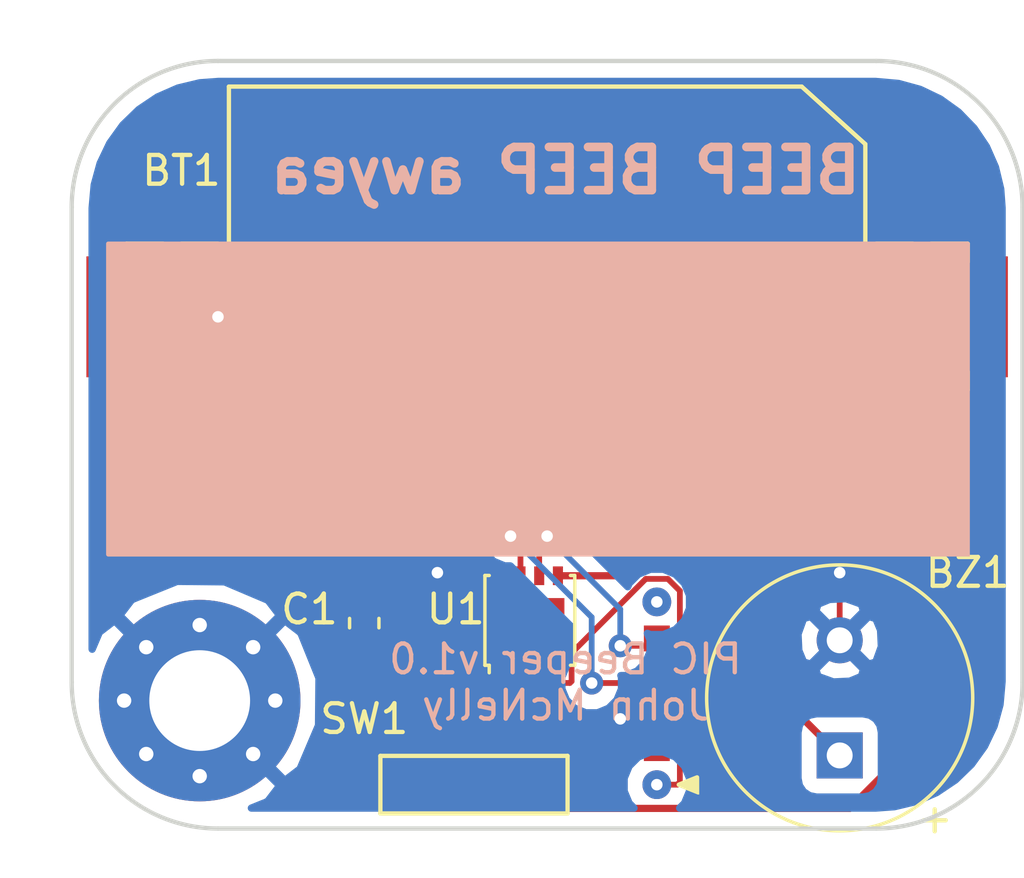
<source format=kicad_pcb>
(kicad_pcb (version 20171130) (host pcbnew "(5.0.2)-1")

  (general
    (thickness 1.6)
    (drawings 11)
    (tracks 61)
    (zones 0)
    (modules 7)
    (nets 12)
  )

  (page A4)
  (layers
    (0 F.Cu signal)
    (31 B.Cu signal)
    (32 B.Adhes user)
    (33 F.Adhes user)
    (34 B.Paste user)
    (35 F.Paste user)
    (36 B.SilkS user)
    (37 F.SilkS user)
    (38 B.Mask user)
    (39 F.Mask user)
    (40 Dwgs.User user)
    (41 Cmts.User user)
    (42 Eco1.User user)
    (43 Eco2.User user)
    (44 Edge.Cuts user)
    (45 Margin user)
    (46 B.CrtYd user)
    (47 F.CrtYd user)
    (48 B.Fab user)
    (49 F.Fab user)
  )

  (setup
    (last_trace_width 0.25)
    (user_trace_width 0.2)
    (user_trace_width 0.25)
    (user_trace_width 0.4)
    (user_trace_width 0.8)
    (trace_clearance 0.2)
    (zone_clearance 0.508)
    (zone_45_only no)
    (trace_min 0.2)
    (segment_width 0.2)
    (edge_width 0.15)
    (via_size 0.8)
    (via_drill 0.4)
    (via_min_size 0.4)
    (via_min_drill 0.3)
    (uvia_size 0.3)
    (uvia_drill 0.1)
    (uvias_allowed no)
    (uvia_min_size 0.2)
    (uvia_min_drill 0.1)
    (pcb_text_width 0.3)
    (pcb_text_size 1.5 1.5)
    (mod_edge_width 0.15)
    (mod_text_size 1 1)
    (mod_text_width 0.15)
    (pad_size 1.524 1.524)
    (pad_drill 0.762)
    (pad_to_mask_clearance 0.051)
    (solder_mask_min_width 0.25)
    (aux_axis_origin 0 0)
    (visible_elements 7FFFFFFF)
    (pcbplotparams
      (layerselection 0x010fc_ffffffff)
      (usegerberextensions false)
      (usegerberattributes false)
      (usegerberadvancedattributes false)
      (creategerberjobfile false)
      (excludeedgelayer true)
      (linewidth 0.100000)
      (plotframeref false)
      (viasonmask false)
      (mode 1)
      (useauxorigin false)
      (hpglpennumber 1)
      (hpglpenspeed 20)
      (hpglpendiameter 15.000000)
      (psnegative false)
      (psa4output false)
      (plotreference true)
      (plotvalue true)
      (plotinvisibletext false)
      (padsonsilk false)
      (subtractmaskfromsilk false)
      (outputformat 1)
      (mirror false)
      (drillshape 0)
      (scaleselection 1)
      (outputdirectory "plots/"))
  )

  (net 0 "")
  (net 1 "Net-(BT1-Pad1)")
  (net 2 -BATT)
  (net 3 /BUZZER)
  (net 4 +BATT)
  (net 5 /VPP)
  (net 6 /ICSPDAT)
  (net 7 /ICSPCLK)
  (net 8 "Net-(J1-Pad6)")
  (net 9 "Net-(SW1-Pad3)")
  (net 10 "Net-(U1-Pad2)")
  (net 11 "Net-(U1-Pad4)")

  (net_class Default "This is the default net class."
    (clearance 0.2)
    (trace_width 0.25)
    (via_dia 0.8)
    (via_drill 0.4)
    (uvia_dia 0.3)
    (uvia_drill 0.1)
    (add_net +BATT)
    (add_net -BATT)
    (add_net /BUZZER)
    (add_net /ICSPCLK)
    (add_net /ICSPDAT)
    (add_net /VPP)
    (add_net "Net-(BT1-Pad1)")
    (add_net "Net-(J1-Pad6)")
    (add_net "Net-(SW1-Pad3)")
    (add_net "Net-(U1-Pad2)")
    (add_net "Net-(U1-Pad4)")
  )

  (module Buzzer_Beeper:MagneticBuzzer_CUI_CST-931RP-A (layer F.Cu) (tedit 5AAE92D3) (tstamp 5CCEF7E1)
    (at 83.82 43.18 180)
    (descr "CST-931RP-A, http://www.cui.com/product/resource/cst-931rp-a.pdf")
    (tags CST-931RP-A)
    (path /5CCD2050)
    (fp_text reference BZ1 (at -4.445 6.35 180) (layer F.SilkS)
      (effects (font (size 1 1) (thickness 0.15)))
    )
    (fp_text value Buzzer (at 0 9 180) (layer F.Fab)
      (effects (font (size 1 1) (thickness 0.15)))
    )
    (fp_text user + (at -3.3 -2.18 180) (layer F.SilkS)
      (effects (font (size 1 1) (thickness 0.15)))
    )
    (fp_text user + (at -1.5 -0.1 180) (layer F.Fab)
      (effects (font (size 1 1) (thickness 0.15)))
    )
    (fp_text user %R (at 0 2 180) (layer F.Fab)
      (effects (font (size 1 1) (thickness 0.15)))
    )
    (fp_line (start -2.5 -4) (end 2.5 -4) (layer F.Fab) (width 0.1))
    (fp_line (start 2.5 -4) (end 2.5 -1.74) (layer F.Fab) (width 0.1))
    (fp_line (start -2.5 -4) (end -2.5 -1.74) (layer F.Fab) (width 0.1))
    (fp_arc (start 0 2) (end 2.5 -1.74) (angle 292.4) (layer F.Fab) (width 0.1))
    (fp_circle (center 0 2) (end 4.62 2) (layer F.SilkS) (width 0.12))
    (fp_line (start 2.75 -4.25) (end 2.75 -1.88) (layer F.CrtYd) (width 0.05))
    (fp_line (start -2.75 -4.25) (end 2.75 -4.25) (layer F.CrtYd) (width 0.05))
    (fp_line (start -2.75 -1.88) (end -2.75 -4.25) (layer F.CrtYd) (width 0.05))
    (fp_arc (start 0 2) (end 2.75 -1.88) (angle 289.2) (layer F.CrtYd) (width 0.05))
    (pad 2 thru_hole circle (at 0 4 180) (size 1.6 1.6) (drill 0.9) (layers *.Cu *.Mask)
      (net 2 -BATT))
    (pad 1 thru_hole rect (at 0 0 180) (size 1.6 1.6) (drill 0.9) (layers *.Cu *.Mask)
      (net 3 /BUZZER))
    (model ${KISYS3DMOD}/Buzzer_Beeper.3dshapes/MagneticBuzzer_CUI_CST-931RP-A.wrl
      (at (xyz 0 0 0))
      (scale (xyz 1 1 1))
      (rotate (xyz 0 0 0))
    )
  )

  (module Capacitor_SMD:C_0603_1608Metric (layer F.Cu) (tedit 5B301BBE) (tstamp 5CCEF813)
    (at 67.31 38.5825 90)
    (descr "Capacitor SMD 0603 (1608 Metric), square (rectangular) end terminal, IPC_7351 nominal, (Body size source: http://www.tortai-tech.com/upload/download/2011102023233369053.pdf), generated with kicad-footprint-generator")
    (tags capacitor)
    (path /5CCD2572)
    (attr smd)
    (fp_text reference C1 (at 0.4825 -1.905 180) (layer F.SilkS)
      (effects (font (size 1 1) (thickness 0.15)))
    )
    (fp_text value 0.1uF (at 0 1.43 90) (layer F.Fab)
      (effects (font (size 1 1) (thickness 0.15)))
    )
    (fp_text user %R (at 0 0 90) (layer F.Fab)
      (effects (font (size 0.4 0.4) (thickness 0.06)))
    )
    (fp_line (start 1.48 0.73) (end -1.48 0.73) (layer F.CrtYd) (width 0.05))
    (fp_line (start 1.48 -0.73) (end 1.48 0.73) (layer F.CrtYd) (width 0.05))
    (fp_line (start -1.48 -0.73) (end 1.48 -0.73) (layer F.CrtYd) (width 0.05))
    (fp_line (start -1.48 0.73) (end -1.48 -0.73) (layer F.CrtYd) (width 0.05))
    (fp_line (start -0.162779 0.51) (end 0.162779 0.51) (layer F.SilkS) (width 0.12))
    (fp_line (start -0.162779 -0.51) (end 0.162779 -0.51) (layer F.SilkS) (width 0.12))
    (fp_line (start 0.8 0.4) (end -0.8 0.4) (layer F.Fab) (width 0.1))
    (fp_line (start 0.8 -0.4) (end 0.8 0.4) (layer F.Fab) (width 0.1))
    (fp_line (start -0.8 -0.4) (end 0.8 -0.4) (layer F.Fab) (width 0.1))
    (fp_line (start -0.8 0.4) (end -0.8 -0.4) (layer F.Fab) (width 0.1))
    (pad 2 smd roundrect (at 0.7875 0 90) (size 0.875 0.95) (layers F.Cu F.Paste F.Mask) (roundrect_rratio 0.25)
      (net 2 -BATT))
    (pad 1 smd roundrect (at -0.7875 0 90) (size 0.875 0.95) (layers F.Cu F.Paste F.Mask) (roundrect_rratio 0.25)
      (net 4 +BATT))
    (model ${KISYS3DMOD}/Capacitor_SMD.3dshapes/C_0603_1608Metric.wrl
      (at (xyz 0 0 0))
      (scale (xyz 1 1 1))
      (rotate (xyz 0 0 0))
    )
  )

  (module lib_fp:PIC_ICSP_Pads_01x06 (layer F.Cu) (tedit 5CCEC236) (tstamp 5CCEF7BC)
    (at 77.47 40.64 90)
    (path /5CCE96B9)
    (fp_text reference J1 (at 6.096 0 90) (layer F.SilkS) hide
      (effects (font (size 1 1) (thickness 0.15)))
    )
    (fp_text value Conn_01x06 (at 1.27 -2.54 90) (layer F.Fab)
      (effects (font (size 1 1) (thickness 0.15)))
    )
    (fp_poly (pts (xy -3.556 0.762) (xy -3.81 1.397) (xy -3.302 1.397)) (layer F.SilkS) (width 0.15))
    (pad 6 thru_hole circle (at 2.794 0 90) (size 1 1) (drill 0.4) (layers *.Cu *.Mask)
      (net 8 "Net-(J1-Pad6)"))
    (pad 5 smd rect (at 1.524 0 90) (size 0.9 0.9) (layers F.Cu F.Mask)
      (net 7 /ICSPCLK))
    (pad 4 smd rect (at 0.254 0 90) (size 0.9 0.9) (layers F.Cu F.Mask)
      (net 6 /ICSPDAT))
    (pad 3 smd rect (at -1.016 0 90) (size 0.9 0.9) (layers F.Cu F.Mask)
      (net 2 -BATT))
    (pad 2 smd rect (at -2.286 0 90) (size 0.9 0.9) (layers F.Cu F.Mask)
      (net 4 +BATT))
    (pad 1 thru_hole circle (at -3.556 0 90) (size 1 1) (drill 0.4) (layers *.Cu *.Mask)
      (net 5 /VPP))
  )

  (module lib_fp:SW_SPDT_SSAL220100 (layer F.Cu) (tedit 5CCE87FA) (tstamp 5CCEF79A)
    (at 71.12 44.196)
    (path /5CCE5A60)
    (fp_text reference SW1 (at -3.81 -2.286) (layer F.SilkS)
      (effects (font (size 1 1) (thickness 0.15)))
    )
    (fp_text value SW_SPDT (at 0 -5) (layer F.Fab)
      (effects (font (size 1 1) (thickness 0.15)))
    )
    (fp_line (start 3.25 -1) (end -3.25 -1) (layer F.SilkS) (width 0.15))
    (fp_line (start 3.25 1) (end 3.25 -1) (layer F.SilkS) (width 0.15))
    (fp_line (start -3.25 1) (end 3.25 1) (layer F.SilkS) (width 0.15))
    (fp_line (start -3.25 -1) (end -3.25 1) (layer F.SilkS) (width 0.15))
    (pad 2 smd rect (at 0 -1.55) (size 1.2 1.1) (layers F.Cu F.Paste F.Mask)
      (net 1 "Net-(BT1-Pad1)"))
    (pad 1 smd rect (at -1.7 -1.55) (size 0.8 1.1) (layers F.Cu F.Paste F.Mask)
      (net 4 +BATT))
    (pad 3 smd rect (at 1.7 -1.55) (size 0.8 1.1) (layers F.Cu F.Paste F.Mask)
      (net 9 "Net-(SW1-Pad3)"))
    (pad "" smd rect (at 4.15 0) (size 1.2 0.9) (layers F.Cu F.Paste F.Mask))
    (pad "" smd rect (at -4.15 0) (size 1.2 0.9) (layers F.Cu F.Paste F.Mask))
    (model ${KIPRJMOD}/lib_3d/SSAL220100.STEP
      (at (xyz 0 0 0))
      (scale (xyz 1 1 1))
      (rotate (xyz -90 0 0))
    )
  )

  (module lib_fp:BatteryHolder_Q&J-CR2032-BS-6-1 (layer F.Cu) (tedit 5CCE90E5) (tstamp 5D19E89A)
    (at 73.66 27.94)
    (path /5CCD23F4)
    (fp_text reference BT1 (at -12.7 -5.08) (layer F.SilkS)
      (effects (font (size 1 1) (thickness 0.15)))
    )
    (fp_text value CR2032 (at 0 -10.16) (layer F.Fab)
      (effects (font (size 1 1) (thickness 0.15)))
    )
    (fp_line (start 8.84 -8) (end 11.05 -6) (layer F.SilkS) (width 0.15))
    (fp_line (start 14.605 2.54) (end 14.605 1.905) (layer F.SilkS) (width 0.15))
    (fp_line (start 13.335 2.54) (end 14.605 2.54) (layer F.SilkS) (width 0.15))
    (fp_line (start 11.43 2.54) (end 12.7 2.54) (layer F.SilkS) (width 0.15))
    (fp_line (start 14.605 -2.54) (end 14.605 -1.905) (layer F.SilkS) (width 0.15))
    (fp_line (start 13.335 -2.54) (end 14.605 -2.54) (layer F.SilkS) (width 0.15))
    (fp_line (start 11.43 -2.54) (end 12.7 -2.54) (layer F.SilkS) (width 0.15))
    (fp_line (start -12.7 2.54) (end -11.43 2.54) (layer F.SilkS) (width 0.15))
    (fp_line (start -14.605 2.54) (end -13.335 2.54) (layer F.SilkS) (width 0.15))
    (fp_line (start -14.605 1.905) (end -14.605 2.54) (layer F.SilkS) (width 0.15))
    (fp_line (start -14.605 -2.54) (end -14.605 -1.905) (layer F.SilkS) (width 0.15))
    (fp_line (start -13.335 -2.54) (end -14.605 -2.54) (layer F.SilkS) (width 0.15))
    (fp_line (start -11.43 -2.54) (end -12.7 -2.54) (layer F.SilkS) (width 0.15))
    (fp_text user CR2032 (at 0 0) (layer F.SilkS)
      (effects (font (size 1 1) (thickness 0.15)))
    )
    (fp_line (start -12.065 1.905) (end -12.065 0.635) (layer F.SilkS) (width 0.15))
    (fp_line (start 11.43 1.27) (end 12.7 1.27) (layer F.SilkS) (width 0.15))
    (fp_line (start 12.065 0.635) (end 12.065 1.905) (layer F.SilkS) (width 0.15))
    (fp_line (start 11.05 -6) (end 11.05 8) (layer F.SilkS) (width 0.15))
    (fp_line (start -11.05 -8) (end 8.84 -8) (layer F.SilkS) (width 0.15))
    (fp_line (start -11.05 8) (end 11.05 8) (layer F.SilkS) (width 0.15))
    (fp_line (start -11.05 -8) (end -11.05 8) (layer F.SilkS) (width 0.15))
    (pad 1 smd rect (at 14.5 0) (size 3 4.2) (layers F.Cu F.Paste F.Mask)
      (net 1 "Net-(BT1-Pad1)"))
    (pad 2 smd rect (at -14.5 0) (size 3 4.2) (layers F.Cu F.Paste F.Mask)
      (net 2 -BATT))
  )

  (module Package_DFN_QFN:DFN-8-1EP_3x3mm_P0.65mm_EP1.55x2.4mm (layer F.Cu) (tedit 5BFEA23E) (tstamp 5CCEF73C)
    (at 73.06 38.4875 90)
    (descr "8-Lead Plastic Dual Flat, No Lead Package (MF) - 3x3x0.9 mm Body [DFN] (see Microchip Packaging Specification 00000049BS.pdf)")
    (tags "DFN 0.65")
    (path /5CCD1DAD)
    (attr smd)
    (fp_text reference U1 (at 0.3875 -2.575 180) (layer F.SilkS)
      (effects (font (size 1 1) (thickness 0.15)))
    )
    (fp_text value PIC12F752-IP (at 0 2.55 90) (layer F.Fab)
      (effects (font (size 1 1) (thickness 0.15)))
    )
    (fp_line (start -1.75 1.75) (end -1.75 1.4) (layer F.CrtYd) (width 0.05))
    (fp_line (start -1.75 1.4) (end -2.13 1.4) (layer F.CrtYd) (width 0.05))
    (fp_line (start -2.13 -1.4) (end -2.13 1.4) (layer F.CrtYd) (width 0.05))
    (fp_line (start -1.75 -1.4) (end -2.13 -1.4) (layer F.CrtYd) (width 0.05))
    (fp_line (start -1.75 -1.75) (end -1.75 -1.4) (layer F.CrtYd) (width 0.05))
    (fp_line (start -1.75 -1.75) (end 1.75 -1.75) (layer F.CrtYd) (width 0.05))
    (fp_line (start 1.75 -1.75) (end 1.75 -1.4) (layer F.CrtYd) (width 0.05))
    (fp_line (start 1.75 -1.4) (end 2.13 -1.4) (layer F.CrtYd) (width 0.05))
    (fp_line (start 1.56 -1.56) (end 1.56 -1.41) (layer F.SilkS) (width 0.12))
    (fp_line (start -1.56 -1.56) (end -1.56 -1.41) (layer F.SilkS) (width 0.12))
    (fp_line (start -1.56 1.56) (end -1.56 1.41) (layer F.SilkS) (width 0.12))
    (fp_line (start -1.56 -1.56) (end 1.56 -1.56) (layer F.SilkS) (width 0.12))
    (fp_line (start -1.56 1.56) (end 1.56 1.56) (layer F.SilkS) (width 0.12))
    (fp_line (start -1.75 1.75) (end 1.75 1.75) (layer F.CrtYd) (width 0.05))
    (fp_line (start 2.13 -1.4) (end 2.13 1.4) (layer F.CrtYd) (width 0.05))
    (fp_line (start -1.5 -0.75) (end -0.75 -1.5) (layer F.Fab) (width 0.1))
    (fp_line (start -1.5 1.5) (end -1.5 -0.75) (layer F.Fab) (width 0.1))
    (fp_line (start 1.5 1.5) (end -1.5 1.5) (layer F.Fab) (width 0.1))
    (fp_line (start 1.5 -1.5) (end 1.5 1.5) (layer F.Fab) (width 0.1))
    (fp_line (start -0.75 -1.5) (end 1.5 -1.5) (layer F.Fab) (width 0.1))
    (fp_text user %R (at 0 0 90) (layer F.Fab)
      (effects (font (size 0.7 0.7) (thickness 0.105)))
    )
    (fp_line (start 1.56 1.56) (end 1.56 1.41) (layer F.SilkS) (width 0.12))
    (fp_line (start -1.56 -1.41) (end -1.82 -1.41) (layer F.SilkS) (width 0.12))
    (fp_line (start 1.75 1.75) (end 1.75 1.4) (layer F.CrtYd) (width 0.05))
    (fp_line (start 1.75 1.4) (end 2.13 1.4) (layer F.CrtYd) (width 0.05))
    (pad "" smd rect (at -0.3875 -0.6 90) (size 0.6 1) (layers F.Paste))
    (pad "" smd rect (at 0.3875 -0.6 90) (size 0.6 1) (layers F.Paste))
    (pad "" smd rect (at 0.3875 0.6 90) (size 0.6 1) (layers F.Paste))
    (pad 9 smd rect (at 0 0 90) (size 1.55 2.4) (layers F.Cu F.Mask))
    (pad "" smd rect (at -0.3875 0.6 90) (size 0.6 1) (layers F.Paste))
    (pad 8 smd rect (at 1.55 -0.975 90) (size 0.65 0.35) (layers F.Cu F.Paste F.Mask)
      (net 2 -BATT))
    (pad 7 smd rect (at 1.55 -0.325 90) (size 0.65 0.35) (layers F.Cu F.Paste F.Mask)
      (net 6 /ICSPDAT))
    (pad 6 smd rect (at 1.55 0.325 90) (size 0.65 0.35) (layers F.Cu F.Paste F.Mask)
      (net 7 /ICSPCLK))
    (pad 5 smd rect (at 1.55 0.975 90) (size 0.65 0.35) (layers F.Cu F.Paste F.Mask)
      (net 3 /BUZZER))
    (pad 4 smd rect (at -1.55 0.975 90) (size 0.65 0.35) (layers F.Cu F.Paste F.Mask)
      (net 11 "Net-(U1-Pad4)"))
    (pad 3 smd rect (at -1.55 0.325 90) (size 0.65 0.35) (layers F.Cu F.Paste F.Mask)
      (net 5 /VPP))
    (pad 2 smd rect (at -1.55 -0.325 90) (size 0.65 0.35) (layers F.Cu F.Paste F.Mask)
      (net 10 "Net-(U1-Pad2)"))
    (pad 1 smd rect (at -1.55 -0.975 90) (size 0.65 0.35) (layers F.Cu F.Paste F.Mask)
      (net 4 +BATT))
    (model ${KISYS3DMOD}/Package_DFN_QFN.3dshapes/DFN-8-1EP_3x3mm_P0.65mm_EP1.55x2.4mm.wrl
      (at (xyz 0 0 0))
      (scale (xyz 1 1 1))
      (rotate (xyz 0 0 0))
    )
  )

  (module MountingHole:MountingHole_3.5mm_Pad_Via (layer F.Cu) (tedit 56DDBDB4) (tstamp 5D267FFC)
    (at 61.595 41.275)
    (descr "Mounting Hole 3.5mm")
    (tags "mounting hole 3.5mm")
    (path /5CCEF912)
    (attr virtual)
    (fp_text reference H1 (at 0 -4.5) (layer F.SilkS) hide
      (effects (font (size 1 1) (thickness 0.15)))
    )
    (fp_text value MountingHole_Pad (at 0 4.5) (layer F.Fab)
      (effects (font (size 1 1) (thickness 0.15)))
    )
    (fp_circle (center 0 0) (end 3.75 0) (layer F.CrtYd) (width 0.05))
    (fp_circle (center 0 0) (end 3.5 0) (layer Cmts.User) (width 0.15))
    (fp_text user %R (at 0.3 0) (layer F.Fab)
      (effects (font (size 1 1) (thickness 0.15)))
    )
    (pad 1 thru_hole circle (at 1.856155 -1.856155) (size 0.8 0.8) (drill 0.5) (layers *.Cu *.Mask)
      (net 2 -BATT))
    (pad 1 thru_hole circle (at 0 -2.625) (size 0.8 0.8) (drill 0.5) (layers *.Cu *.Mask)
      (net 2 -BATT))
    (pad 1 thru_hole circle (at -1.856155 -1.856155) (size 0.8 0.8) (drill 0.5) (layers *.Cu *.Mask)
      (net 2 -BATT))
    (pad 1 thru_hole circle (at -2.625 0) (size 0.8 0.8) (drill 0.5) (layers *.Cu *.Mask)
      (net 2 -BATT))
    (pad 1 thru_hole circle (at -1.856155 1.856155) (size 0.8 0.8) (drill 0.5) (layers *.Cu *.Mask)
      (net 2 -BATT))
    (pad 1 thru_hole circle (at 0 2.625) (size 0.8 0.8) (drill 0.5) (layers *.Cu *.Mask)
      (net 2 -BATT))
    (pad 1 thru_hole circle (at 1.856155 1.856155) (size 0.8 0.8) (drill 0.5) (layers *.Cu *.Mask)
      (net 2 -BATT))
    (pad 1 thru_hole circle (at 2.625 0) (size 0.8 0.8) (drill 0.5) (layers *.Cu *.Mask)
      (net 2 -BATT))
    (pad 1 thru_hole circle (at 0 0) (size 7 7) (drill 3.5) (layers *.Cu *.Mask)
      (net 2 -BATT))
  )

  (gr_text "BEEP BEEP awyea" (at 74.295 22.86) (layer B.SilkS)
    (effects (font (size 1.5 1.5) (thickness 0.3)) (justify mirror))
  )
  (gr_poly (pts (xy 58.42 36.195) (xy 58.42 25.4) (xy 88.265 25.4) (xy 88.265 36.195)) (layer B.SilkS) (width 0.15))
  (gr_text "PIC Beeper v1.0\nJohn McNelly" (at 74.295 40.64) (layer B.SilkS)
    (effects (font (size 1 1) (thickness 0.15)) (justify mirror))
  )
  (gr_line (start 62.23 19.05) (end 85.09 19.05) (layer Edge.Cuts) (width 0.15) (tstamp 5CCEF584))
  (gr_line (start 57.15 40.64) (end 57.15 24.13) (layer Edge.Cuts) (width 0.15) (tstamp 5CCEF583))
  (gr_line (start 85.09 45.72) (end 62.23 45.72) (layer Edge.Cuts) (width 0.15) (tstamp 5CCEF582))
  (gr_line (start 90.17 24.13) (end 90.17 40.64) (layer Edge.Cuts) (width 0.15) (tstamp 5CCEF581))
  (gr_arc (start 85.09 40.64) (end 85.09 45.72) (angle -90) (layer Edge.Cuts) (width 0.15) (tstamp 5CCEF6EA))
  (gr_arc (start 62.23 40.64) (end 57.15 40.64) (angle -90) (layer Edge.Cuts) (width 0.15))
  (gr_arc (start 62.23 24.13) (end 62.23 19.05) (angle -90) (layer Edge.Cuts) (width 0.15))
  (gr_arc (start 85.09 24.13) (end 90.17 24.13) (angle -90) (layer Edge.Cuts) (width 0.15))

  (segment (start 88.16 30.29) (end 88.16 27.94) (width 0.25) (layer F.Cu) (net 1))
  (segment (start 88.16 41.025002) (end 88.16 30.29) (width 0.25) (layer F.Cu) (net 1))
  (segment (start 84.164001 45.021001) (end 88.16 41.025002) (width 0.25) (layer F.Cu) (net 1))
  (segment (start 73.545001 45.021001) (end 84.164001 45.021001) (width 0.25) (layer F.Cu) (net 1))
  (segment (start 71.17 42.646) (end 73.545001 45.021001) (width 0.25) (layer F.Cu) (net 1))
  (segment (start 71.12 42.646) (end 71.17 42.646) (width 0.25) (layer F.Cu) (net 1))
  (via (at 62.23 27.94) (size 0.8) (drill 0.4) (layers F.Cu B.Cu) (net 2))
  (segment (start 59.16 27.94) (end 62.23 27.94) (width 0.2) (layer F.Cu) (net 2))
  (via (at 83.82 36.83) (size 0.8) (drill 0.4) (layers F.Cu B.Cu) (net 2) (tstamp 5CCEF6E1))
  (segment (start 83.82 39.18) (end 83.82 36.83) (width 0.2) (layer F.Cu) (net 2) (tstamp 5CCEF6DE))
  (via (at 69.85 36.83) (size 0.8) (drill 0.4) (layers F.Cu B.Cu) (net 2) (tstamp 5CCEF6E4))
  (segment (start 67.31 37.795) (end 68.885 37.795) (width 0.2) (layer F.Cu) (net 2) (tstamp 5CCEF6D5))
  (segment (start 68.885 37.795) (end 69.85 36.83) (width 0.2) (layer F.Cu) (net 2) (tstamp 5CCEF6A5))
  (segment (start 69.9575 36.9375) (end 69.85 36.83) (width 0.2) (layer F.Cu) (net 2) (tstamp 5CCEF6CC))
  (segment (start 72.085 36.9375) (end 69.9575 36.9375) (width 0.2) (layer F.Cu) (net 2) (tstamp 5CCEF6C0))
  (via (at 76.2 41.91) (size 0.8) (drill 0.4) (layers F.Cu B.Cu) (net 2) (tstamp 5CCEF6ED))
  (segment (start 77.47 41.656) (end 76.454 41.656) (width 0.2) (layer F.Cu) (net 2) (tstamp 5CCEF666))
  (segment (start 76.454 41.656) (end 76.2 41.91) (width 0.2) (layer F.Cu) (net 2) (tstamp 5CCEF663))
  (segment (start 78.695011 38.055011) (end 83.82 43.18) (width 0.25) (layer F.Cu) (net 3))
  (segment (start 78.695011 37.285955) (end 78.695011 38.055011) (width 0.25) (layer F.Cu) (net 3))
  (segment (start 78.030045 36.620989) (end 78.695011 37.285955) (width 0.25) (layer F.Cu) (net 3))
  (segment (start 76.909955 36.620989) (end 78.030045 36.620989) (width 0.25) (layer F.Cu) (net 3))
  (segment (start 76.593444 36.9375) (end 76.909955 36.620989) (width 0.25) (layer F.Cu) (net 3))
  (segment (start 74.035 36.9375) (end 76.593444 36.9375) (width 0.25) (layer F.Cu) (net 3))
  (segment (start 68.82 42.646) (end 69.42 42.646) (width 0.2) (layer F.Cu) (net 4) (tstamp 5CCEF6DB))
  (segment (start 67.31 41.136) (end 68.82 42.646) (width 0.2) (layer F.Cu) (net 4) (tstamp 5CCEF6AB))
  (segment (start 67.31 39.37) (end 67.31 41.136) (width 0.2) (layer F.Cu) (net 4) (tstamp 5CCEF6AE))
  (segment (start 69.42 42.3275) (end 69.42 42.646) (width 0.2) (layer F.Cu) (net 4) (tstamp 5CCEF6C6))
  (segment (start 71.71 40.0375) (end 69.42 42.3275) (width 0.2) (layer F.Cu) (net 4) (tstamp 5CCEF6D2))
  (segment (start 72.085 40.0375) (end 71.71 40.0375) (width 0.2) (layer F.Cu) (net 4) (tstamp 5CCEF6C3))
  (segment (start 76.82 42.926) (end 77.47 42.926) (width 0.2) (layer F.Cu) (net 4) (tstamp 5CCEF6C9))
  (segment (start 74.583498 42.926) (end 76.82 42.926) (width 0.2) (layer F.Cu) (net 4) (tstamp 5CCEF6BD))
  (segment (start 72.085 40.427502) (end 74.583498 42.926) (width 0.2) (layer F.Cu) (net 4) (tstamp 5CCEF6BA))
  (segment (start 72.085 40.0375) (end 72.085 40.427502) (width 0.2) (layer F.Cu) (net 4) (tstamp 5CCEF6B7))
  (segment (start 74.510001 39.621997) (end 74.510001 40.602501) (width 0.2) (layer F.Cu) (net 5) (tstamp 5CCEF68A))
  (segment (start 74.450001 40.662501) (end 73.485001 40.662501) (width 0.2) (layer F.Cu) (net 5) (tstamp 5CCEF66C))
  (segment (start 78.177106 44.196) (end 78.270001 44.103105) (width 0.2) (layer F.Cu) (net 5) (tstamp 5CCEF67B))
  (segment (start 77.47 44.196) (end 78.177106 44.196) (width 0.2) (layer F.Cu) (net 5) (tstamp 5CCEF687))
  (segment (start 73.485001 40.662501) (end 73.385 40.5625) (width 0.2) (layer F.Cu) (net 5) (tstamp 5CCEF678))
  (segment (start 73.385 40.5625) (end 73.385 40.0375) (width 0.2) (layer F.Cu) (net 5) (tstamp 5CCEF672))
  (segment (start 74.510001 40.602501) (end 74.450001 40.662501) (width 0.2) (layer F.Cu) (net 5) (tstamp 5CCEF67E))
  (segment (start 77.854001 37.045999) (end 77.085999 37.045999) (width 0.2) (layer F.Cu) (net 5) (tstamp 5CCEF66F))
  (segment (start 78.270001 37.461999) (end 77.854001 37.045999) (width 0.2) (layer F.Cu) (net 5) (tstamp 5CCEF681))
  (segment (start 78.270001 44.103105) (end 78.270001 37.461999) (width 0.2) (layer F.Cu) (net 5) (tstamp 5CCEF675))
  (segment (start 77.085999 37.045999) (end 74.510001 39.621997) (width 0.2) (layer F.Cu) (net 5) (tstamp 5CCEF669))
  (via (at 72.39 35.56) (size 0.8) (drill 0.4) (layers F.Cu B.Cu) (net 6) (tstamp 5CCEF6F0))
  (segment (start 72.735 36.9375) (end 72.735 35.905) (width 0.2) (layer F.Cu) (net 6) (tstamp 5CCEF6FF))
  (segment (start 72.735 35.905) (end 72.39 35.56) (width 0.2) (layer F.Cu) (net 6) (tstamp 5CCEF6FC))
  (via (at 75.207265 40.664752) (size 0.8) (drill 0.4) (layers F.Cu B.Cu) (net 6) (tstamp 5CCEF6F3))
  (segment (start 72.39 35.56) (end 75.207265 38.377265) (width 0.2) (layer B.Cu) (net 6) (tstamp 5CCEF684))
  (segment (start 75.207265 38.377265) (end 75.207265 40.664752) (width 0.2) (layer B.Cu) (net 6) (tstamp 5CCEF68D))
  (segment (start 77.191248 40.664752) (end 77.47 40.386) (width 0.2) (layer F.Cu) (net 6) (tstamp 5CCEF65D))
  (segment (start 75.207265 40.664752) (end 77.191248 40.664752) (width 0.2) (layer F.Cu) (net 6) (tstamp 5CCEF660))
  (via (at 73.66 35.56) (size 0.8) (drill 0.4) (layers F.Cu B.Cu) (net 7) (tstamp 5CCEF6F9))
  (segment (start 73.385 36.9375) (end 73.385 35.835) (width 0.2) (layer F.Cu) (net 7) (tstamp 5CCEF702))
  (segment (start 73.385 35.835) (end 73.66 35.56) (width 0.2) (layer F.Cu) (net 7) (tstamp 5CCEF70B))
  (via (at 76.2 39.37) (size 0.8) (drill 0.4) (layers F.Cu B.Cu) (net 7) (tstamp 5CCEF6F6))
  (segment (start 73.66 35.56) (end 76.2 38.1) (width 0.2) (layer B.Cu) (net 7) (tstamp 5CCEF705))
  (segment (start 76.2 38.1) (end 76.2 39.37) (width 0.2) (layer B.Cu) (net 7) (tstamp 5CCEF708))
  (segment (start 77.216 39.37) (end 77.47 39.116) (width 0.2) (layer F.Cu) (net 7) (tstamp 5CCEF70E))
  (segment (start 76.2 39.37) (end 77.216 39.37) (width 0.2) (layer F.Cu) (net 7) (tstamp 5CCEF711))

  (zone (net 2) (net_name -BATT) (layer B.Cu) (tstamp 5CCEBD13) (hatch edge 0.508)
    (connect_pads (clearance 0.508))
    (min_thickness 0.254)
    (fill yes (arc_segments 16) (thermal_gap 0.508) (thermal_bridge_width 0.508))
    (polygon
      (pts
        (xy 57.15 19.05) (xy 57.15 45.72) (xy 90.17 45.72) (xy 90.17 19.05)
      )
    )
    (filled_polygon
      (pts
        (xy 85.863358 19.831842) (xy 86.612277 20.036723) (xy 87.313072 20.370986) (xy 87.943605 20.824069) (xy 88.483934 21.381645)
        (xy 88.916989 22.026099) (xy 89.229073 22.737044) (xy 89.41164 23.497493) (xy 89.46 24.156031) (xy 89.460001 40.608371)
        (xy 89.388158 41.413359) (xy 89.183277 42.162277) (xy 88.849013 42.863075) (xy 88.395931 43.493605) (xy 87.838354 44.033935)
        (xy 87.193901 44.466989) (xy 86.482956 44.779073) (xy 85.722506 44.96164) (xy 85.063968 45.01) (xy 78.261133 45.01)
        (xy 78.432207 44.838926) (xy 78.605 44.421766) (xy 78.605 43.970234) (xy 78.432207 43.553074) (xy 78.112926 43.233793)
        (xy 77.695766 43.061) (xy 77.244234 43.061) (xy 76.827074 43.233793) (xy 76.507793 43.553074) (xy 76.335 43.970234)
        (xy 76.335 44.421766) (xy 76.507793 44.838926) (xy 76.678867 45.01) (xy 63.389091 45.01) (xy 63.905145 44.80175)
        (xy 63.969238 44.758924) (xy 64.372707 44.232312) (xy 61.595 41.454605) (xy 61.580858 41.468748) (xy 61.401253 41.289143)
        (xy 61.415395 41.275) (xy 61.774605 41.275) (xy 64.552312 44.052707) (xy 65.078924 43.649238) (xy 65.618305 42.38)
        (xy 82.37256 42.38) (xy 82.37256 43.98) (xy 82.421843 44.227765) (xy 82.562191 44.437809) (xy 82.772235 44.578157)
        (xy 83.02 44.62744) (xy 84.62 44.62744) (xy 84.867765 44.578157) (xy 85.077809 44.437809) (xy 85.218157 44.227765)
        (xy 85.26744 43.98) (xy 85.26744 42.38) (xy 85.218157 42.132235) (xy 85.077809 41.922191) (xy 84.867765 41.781843)
        (xy 84.62 41.73256) (xy 83.02 41.73256) (xy 82.772235 41.781843) (xy 82.562191 41.922191) (xy 82.421843 42.132235)
        (xy 82.37256 42.38) (xy 65.618305 42.38) (xy 65.722307 42.13527) (xy 65.737346 40.490334) (xy 65.12175 38.964855)
        (xy 65.078924 38.900762) (xy 64.552312 38.497293) (xy 61.774605 41.275) (xy 61.415395 41.275) (xy 58.637688 38.497293)
        (xy 58.111076 38.900762) (xy 57.86 39.491578) (xy 57.86 38.317688) (xy 58.817293 38.317688) (xy 61.595 41.095395)
        (xy 64.372707 38.317688) (xy 63.969238 37.791076) (xy 62.45527 37.147693) (xy 60.810334 37.132654) (xy 59.284855 37.74825)
        (xy 59.220762 37.791076) (xy 58.817293 38.317688) (xy 57.86 38.317688) (xy 57.86 35.354126) (xy 71.355 35.354126)
        (xy 71.355 35.765874) (xy 71.512569 36.14628) (xy 71.80372 36.437431) (xy 72.184126 36.595) (xy 72.385554 36.595)
        (xy 74.472265 38.681712) (xy 74.472266 39.93604) (xy 74.329834 40.078472) (xy 74.172265 40.458878) (xy 74.172265 40.870626)
        (xy 74.329834 41.251032) (xy 74.620985 41.542183) (xy 75.001391 41.699752) (xy 75.413139 41.699752) (xy 75.793545 41.542183)
        (xy 76.084696 41.251032) (xy 76.242265 40.870626) (xy 76.242265 40.458878) (xy 76.219948 40.405) (xy 76.405874 40.405)
        (xy 76.78628 40.247431) (xy 76.845966 40.187745) (xy 82.991861 40.187745) (xy 83.065995 40.433864) (xy 83.603223 40.626965)
        (xy 84.173454 40.599778) (xy 84.574005 40.433864) (xy 84.648139 40.187745) (xy 83.82 39.359605) (xy 82.991861 40.187745)
        (xy 76.845966 40.187745) (xy 77.077431 39.95628) (xy 77.235 39.575874) (xy 77.235 39.164126) (xy 77.141525 38.938457)
        (xy 77.244234 38.981) (xy 77.695766 38.981) (xy 77.738683 38.963223) (xy 82.373035 38.963223) (xy 82.400222 39.533454)
        (xy 82.566136 39.934005) (xy 82.812255 40.008139) (xy 83.640395 39.18) (xy 83.999605 39.18) (xy 84.827745 40.008139)
        (xy 85.073864 39.934005) (xy 85.266965 39.396777) (xy 85.239778 38.826546) (xy 85.073864 38.425995) (xy 84.827745 38.351861)
        (xy 83.999605 39.18) (xy 83.640395 39.18) (xy 82.812255 38.351861) (xy 82.566136 38.425995) (xy 82.373035 38.963223)
        (xy 77.738683 38.963223) (xy 78.112926 38.808207) (xy 78.432207 38.488926) (xy 78.563376 38.172255) (xy 82.991861 38.172255)
        (xy 83.82 39.000395) (xy 84.648139 38.172255) (xy 84.574005 37.926136) (xy 84.036777 37.733035) (xy 83.466546 37.760222)
        (xy 83.065995 37.926136) (xy 82.991861 38.172255) (xy 78.563376 38.172255) (xy 78.605 38.071766) (xy 78.605 37.620234)
        (xy 78.432207 37.203074) (xy 78.112926 36.883793) (xy 77.695766 36.711) (xy 77.244234 36.711) (xy 76.827074 36.883793)
        (xy 76.507793 37.203074) (xy 76.459386 37.319939) (xy 74.695 35.555554) (xy 74.695 35.354126) (xy 74.537431 34.97372)
        (xy 74.24628 34.682569) (xy 73.865874 34.525) (xy 73.454126 34.525) (xy 73.07372 34.682569) (xy 73.025 34.731289)
        (xy 72.97628 34.682569) (xy 72.595874 34.525) (xy 72.184126 34.525) (xy 71.80372 34.682569) (xy 71.512569 34.97372)
        (xy 71.355 35.354126) (xy 57.86 35.354126) (xy 57.86 24.161618) (xy 57.931842 23.356642) (xy 58.136723 22.607723)
        (xy 58.470986 21.906928) (xy 58.924069 21.276395) (xy 59.481645 20.736066) (xy 60.126099 20.303011) (xy 60.837044 19.990927)
        (xy 61.597493 19.80836) (xy 62.256031 19.76) (xy 85.058382 19.76)
      )
    )
  )
)

</source>
